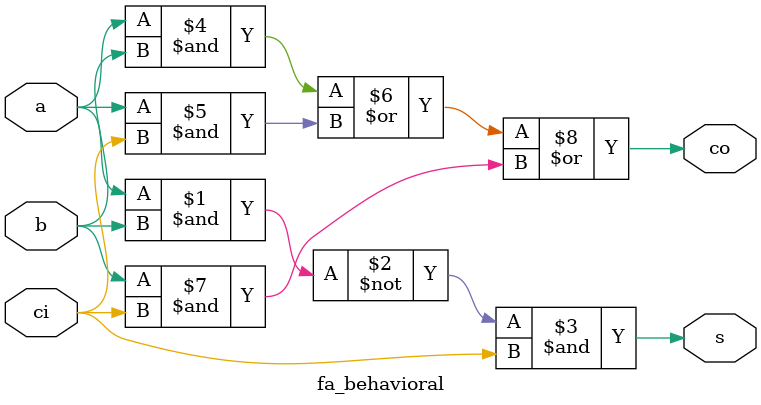
<source format=v>
module fa_behavioral(a,b,ci,s,co);
       input a,b;
       input ci;
       output  s;
       output co;



       assign s=(~(a&b)&ci);
       assign co=((a&b)|(a&ci)|(b&ci));



endmodule

</source>
